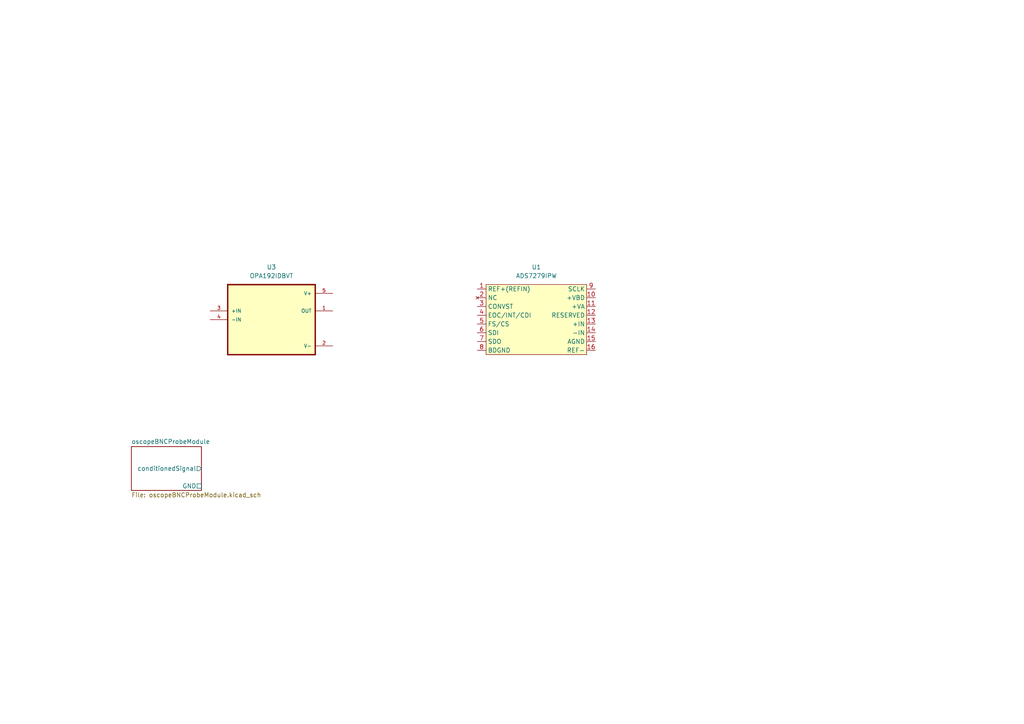
<source format=kicad_sch>
(kicad_sch (version 20231120) (generator "eeschema") (generator_version "8.0")
  (paper "A4")
  (lib_symbols
    (symbol "ADS7279:ADS7279IPW"
      (property "Reference" "U" (at 0 8.636 0))
      (property "Value" "ADS7279IPW" (at 0.254 -14.224 0))
      (symbol "ADS7279IPW_1_1"
        (rectangle (start -15.24 7.62) (end 13.97 -12.7) (fill (type background)))
        (pin input line (at -17.78 6.35 0) (length 2.54) (name "REF+(REFIN)") (number "1"))
        (pin power_in line (at 16.51 3.81 180) (length 2.54) (name "+VBD") (number "10"))
        (pin power_in line (at 16.51 1.27 180) (length 2.54) (name "+VA") (number "11"))
        (pin input line (at 16.51 -1.27 180) (length 2.54) (name "RESERVED") (number "12"))
        (pin input line (at 16.51 -3.81 180) (length 2.54) (name "+IN") (number "13"))
        (pin input line (at 16.51 -6.35 180) (length 2.54) (name "-IN") (number "14"))
        (pin power_in line (at 16.51 -8.89 180) (length 2.54) (name "AGND") (number "15"))
        (pin power_in line (at 16.51 -11.43 180) (length 2.54) (name "REF-") (number "16"))
        (pin no_connect line (at -17.78 3.81 0) (length 2.54) (name "NC") (number "2"))
        (pin input line (at -17.78 1.27 0) (length 2.54) (name "CONVST") (number "3"))
        (pin bidirectional line (at -17.78 -1.27 0) (length 2.54) (name "EOC/INT/CDI") (number "4"))
        (pin input line (at -17.78 -3.81 0) (length 2.54) (name "FS/CS") (number "5"))
        (pin input line (at -17.78 -6.35 0) (length 2.54) (name "SDI") (number "6"))
        (pin output line (at -17.78 -8.89 0) (length 2.54) (name "SDO") (number "7"))
        (pin power_in line (at -17.78 -11.43 0) (length 2.54) (name "BDGND") (number "8"))
        (pin input line (at 16.51 6.35 180) (length 2.54) (name "SCLK") (number "9"))
      )
    )
    (symbol "opAmp:OPA192IDBVT" (pin_names (offset 1.016))
      (property "Reference" "U" (at -12.7 11.16 0))
      (property "Value" "OPA192IDBVT" (at -12.7 -14.16 0))
      (symbol "OPA192IDBVT_0_0"
        (rectangle (start -12.7 -10.16) (end 12.7 10.16) (stroke (width 0.41)) (fill (type background)))
        (pin output line (at 17.78 2.54 180) (length 5.08) (name "OUT") (number "1"))
        (pin power_in line (at 17.78 -7.62 180) (length 5.08) (name "V-") (number "2"))
        (pin input line (at -17.78 2.54 0) (length 5.08) (name "+IN") (number "3"))
        (pin input line (at -17.78 0 0) (length 5.08) (name "-IN") (number "4"))
        (pin power_in line (at 17.78 7.62 180) (length 5.08) (name "V+") (number "5"))
      )
    )
  )
  (symbol (lib_id "ADS7279:ADS7279IPW") (at 156.21 90.17 0) (unit 1)
    (property "Reference" "U1" (at 155.575 77.47 0))
    (property "Value" "ADS7279IPW" (at 155.575 80.01 0))
    (property "Footprint" "Package_CSP:LFCSP-16-1EP_4x4mm_P0.65mm_EP2.6x2.6mm" (effects (hide yes)))
    (property "Datasheet" "https://www.ti.com/lit/ds/symlink/ads7279.pdf?HQS=dis-dk-null-digikeymode-dsf-pf-null-wwe&ts=1738018601921&ref_url=https%253A%252F%252Fwww.ti.com%252Fgeneral%252Fdocs%252Fsuppproductinfo.tsp%253FdistId%253D10%2526gotoUrl%253Dhttps%253A%252F%252Fwww.ti.com%252Flit%252Fgpn%252Fads7279" (effects (hide yes)))
    (property "Description" "14 Bit Analog to Digital Converter 1 Input 1 SAR" (effects (hide yes)))
  )
  (symbol (lib_id "opAmp:OPA192IDBVT") (at 78.74 92.71 0) (unit 1)
    (property "Reference" "U3" (at 78.74 77.47 0))
    (property "Value" "OPA192IDBVT" (at 78.74 80.01 0))
    (property "Footprint" "OPA192IDBVT:SOT95P280X145-5N" (effects (hide yes)))
    (property "MF" "Texas Instruments" (effects (hide yes)))
    (property "Description_1" "\n                        \n                            High-Voltage, Rail-to-Rail Input/Output, 5µV, 0.2µV/˚C, Precision Operational Amplifier\n                        \n" (effects (hide yes)))
    (property "Package" "SOT-23-5 Texas Instruments" (effects (hide yes)))
    (property "Price" "None" (effects (hide yes)))
    (property "SnapEDA_Link" "https://www.snapeda.com/parts/OPA192IDBVT/Texas+Instruments/view-part/?ref=snap" (effects (hide yes)))
    (property "MP" "OPA192IDBVT" (effects (hide yes)))
    (property "Availability" "In Stock" (effects (hide yes)))
    (property "Check_prices" "https://www.snapeda.com/parts/OPA192IDBVT/Texas+Instruments/view-part/?ref=eda" (effects (hide yes)))
  )
  (sheet (at 38.1 129.54) (size 20.32 12.7) (stroke (width 0.1524))
    (property "Sheetname" "oscopeBNCProbeModule" (at 38.1 128.8284 0) (effects (justify left bottom)))
    (property "Sheetfile" "oscopeBNCProbeModule.kicad_sch" (at 38.1 142.8246 0) (effects (justify left top)))
    (pin "GND" passive (at 58.42 140.97 0))
    (pin "conditionedSignal" output (at 58.42 135.89 0))
  )
)
</source>
